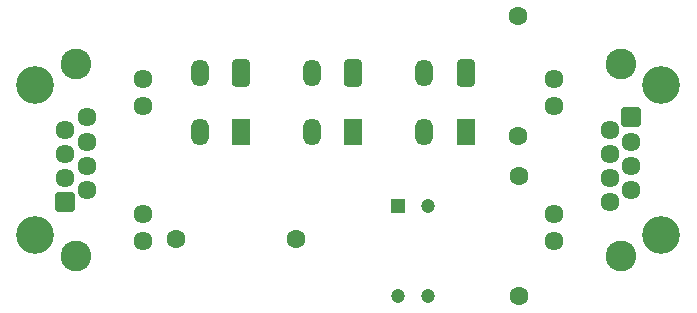
<source format=gts>
G04 #@! TF.GenerationSoftware,KiCad,Pcbnew,9.0.2*
G04 #@! TF.CreationDate,2025-11-18T17:29:13+08:00*
G04 #@! TF.ProjectId,swerve module,73776572-7665-4206-9d6f-64756c652e6b,rev?*
G04 #@! TF.SameCoordinates,Original*
G04 #@! TF.FileFunction,Soldermask,Top*
G04 #@! TF.FilePolarity,Negative*
%FSLAX46Y46*%
G04 Gerber Fmt 4.6, Leading zero omitted, Abs format (unit mm)*
G04 Created by KiCad (PCBNEW 9.0.2) date 2025-11-18 17:29:13*
%MOMM*%
%LPD*%
G01*
G04 APERTURE LIST*
G04 Aperture macros list*
%AMRoundRect*
0 Rectangle with rounded corners*
0 $1 Rounding radius*
0 $2 $3 $4 $5 $6 $7 $8 $9 X,Y pos of 4 corners*
0 Add a 4 corners polygon primitive as box body*
4,1,4,$2,$3,$4,$5,$6,$7,$8,$9,$2,$3,0*
0 Add four circle primitives for the rounded corners*
1,1,$1+$1,$2,$3*
1,1,$1+$1,$4,$5*
1,1,$1+$1,$6,$7*
1,1,$1+$1,$8,$9*
0 Add four rect primitives between the rounded corners*
20,1,$1+$1,$2,$3,$4,$5,0*
20,1,$1+$1,$4,$5,$6,$7,0*
20,1,$1+$1,$6,$7,$8,$9,0*
20,1,$1+$1,$8,$9,$2,$3,0*%
G04 Aperture macros list end*
%ADD10R,1.500000X2.300000*%
%ADD11RoundRect,0.250001X0.499999X0.899999X-0.499999X0.899999X-0.499999X-0.899999X0.499999X-0.899999X0*%
%ADD12O,1.500000X2.300000*%
%ADD13C,3.200000*%
%ADD14RoundRect,0.102000X0.704000X-0.704000X0.704000X0.704000X-0.704000X0.704000X-0.704000X-0.704000X0*%
%ADD15C,1.612000*%
%ADD16C,2.604000*%
%ADD17RoundRect,0.102000X-0.704000X0.704000X-0.704000X-0.704000X0.704000X-0.704000X0.704000X0.704000X0*%
%ADD18C,1.600000*%
%ADD19R,1.200000X1.200000*%
%ADD20C,1.200000*%
G04 APERTURE END LIST*
D10*
X93910000Y-53932500D03*
D11*
X93910000Y-48932500D03*
D12*
X90410000Y-53932500D03*
X90410000Y-48932500D03*
D13*
X129500000Y-62600000D03*
X129500000Y-49900000D03*
D14*
X126960000Y-52680000D03*
D15*
X125180000Y-53700000D03*
X126960000Y-54720000D03*
X125180000Y-55740000D03*
X126960000Y-56760000D03*
X125180000Y-57780000D03*
X126960000Y-58800000D03*
X125180000Y-59820000D03*
X120360000Y-49390000D03*
X120360000Y-51680000D03*
X120360000Y-60820000D03*
X120360000Y-63110000D03*
D16*
X126070000Y-64375000D03*
X126070000Y-48125000D03*
D13*
X76500000Y-49900000D03*
X76500000Y-62600000D03*
D17*
X79040000Y-59820000D03*
D15*
X80820000Y-58800000D03*
X79040000Y-57780000D03*
X80820000Y-56760000D03*
X79040000Y-55740000D03*
X80820000Y-54720000D03*
X79040000Y-53700000D03*
X80820000Y-52680000D03*
X85640000Y-63110000D03*
X85640000Y-60820000D03*
X85640000Y-51680000D03*
X85640000Y-49390000D03*
D16*
X79930000Y-48125000D03*
X79930000Y-64375000D03*
D18*
X117400000Y-67800000D03*
X117400000Y-57640000D03*
D10*
X103410000Y-53932500D03*
D11*
X103410000Y-48932500D03*
D12*
X99910000Y-53932500D03*
X99910000Y-48932500D03*
D10*
X112910000Y-53932500D03*
D11*
X112910000Y-48932500D03*
D12*
X109410000Y-53932500D03*
X109410000Y-48932500D03*
D18*
X98580000Y-63000000D03*
X88420000Y-63000000D03*
X117350000Y-54280000D03*
X117350000Y-44120000D03*
D19*
X107230000Y-60190000D03*
D20*
X107230000Y-67810000D03*
X109770000Y-60190000D03*
X109770000Y-67810000D03*
M02*

</source>
